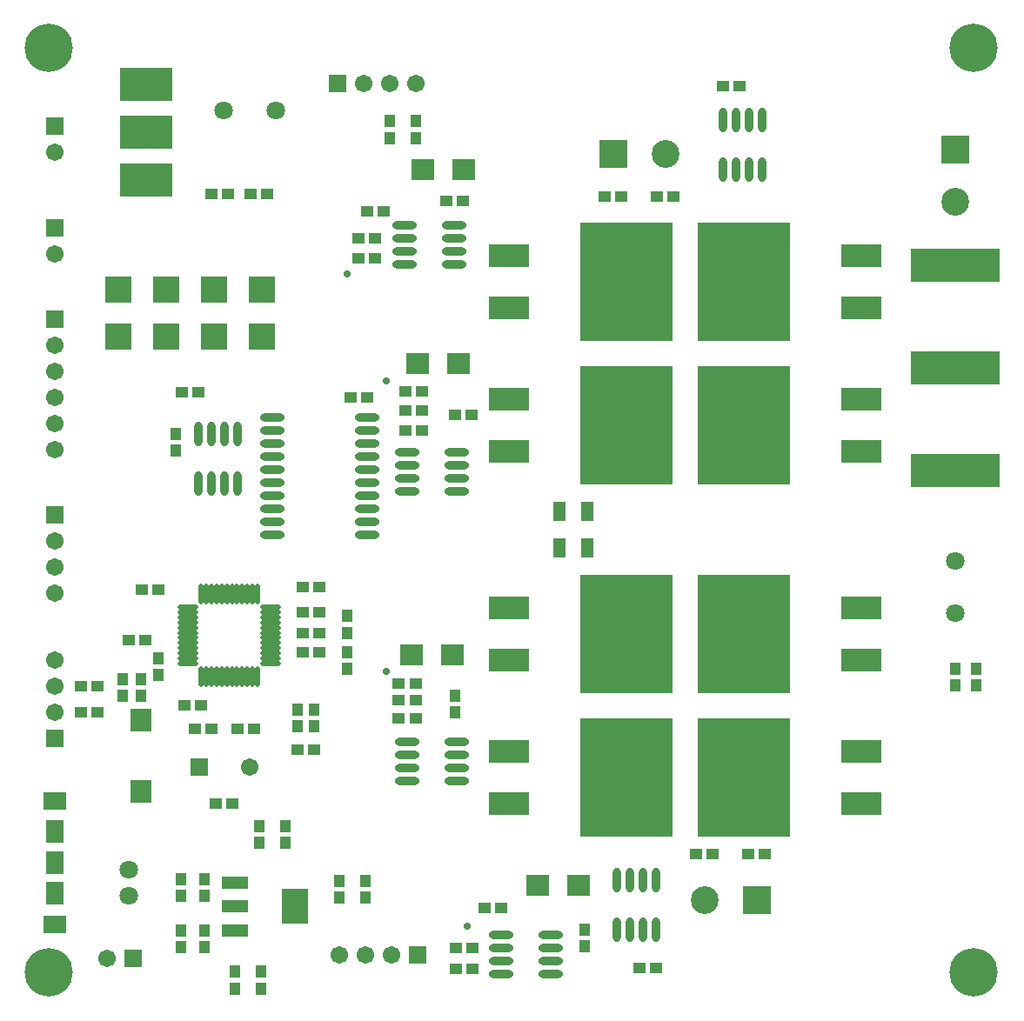
<source format=gts>
G04*
G04 #@! TF.GenerationSoftware,Altium Limited,Altium Designer,18.1.9 (240)*
G04*
G04 Layer_Color=8388736*
%FSLAX25Y25*%
%MOIN*%
G70*
G01*
G75*
%ADD35R,0.04500X0.04000*%
%ADD36C,0.02800*%
%ADD37O,0.09453X0.03162*%
%ADD38R,0.04000X0.04500*%
%ADD39R,0.08674X0.07887*%
%ADD40O,0.09461X0.03162*%
%ADD41O,0.03162X0.09461*%
%ADD42R,0.15800X0.09000*%
%ADD43R,0.35800X0.45800*%
%ADD44R,0.07887X0.08674*%
%ADD45R,0.10249X0.13792*%
%ADD46R,0.10249X0.04737*%
%ADD47R,0.05131X0.07493*%
%ADD48R,0.09855X0.09855*%
%ADD49O,0.07887X0.01981*%
%ADD50O,0.01981X0.07887*%
%ADD51C,0.06706*%
%ADD52R,0.06706X0.06706*%
%ADD53R,0.10642X0.10642*%
%ADD54C,0.10642*%
%ADD55R,0.07099X0.08674*%
%ADD56R,0.08674X0.06800*%
%ADD57R,0.06706X0.06706*%
%ADD58C,0.07099*%
%ADD59R,0.06706X0.06706*%
%ADD60C,0.06706*%
%ADD61R,0.34265X0.12611*%
%ADD62R,0.34265X0.12611*%
%ADD63R,0.10642X0.10642*%
%ADD64C,0.18517*%
%ADD65R,0.20485X0.12611*%
D35*
X50300Y147000D02*
D03*
X56700D02*
D03*
X175600Y29000D02*
D03*
X182000D02*
D03*
X71600Y122000D02*
D03*
X78000D02*
D03*
X97000Y318000D02*
D03*
X103400D02*
D03*
X117000Y149929D02*
D03*
X123400D02*
D03*
X117000Y157803D02*
D03*
X123400D02*
D03*
X135500Y240000D02*
D03*
X141900D02*
D03*
X156351Y235000D02*
D03*
X162751D02*
D03*
X156351Y227500D02*
D03*
X162751D02*
D03*
X156351Y242500D02*
D03*
X162751D02*
D03*
X175249Y233500D02*
D03*
X181649D02*
D03*
X141800Y311500D02*
D03*
X148200D02*
D03*
X138300Y301000D02*
D03*
X144700D02*
D03*
X138300Y293500D02*
D03*
X144700D02*
D03*
X172049Y315500D02*
D03*
X178449D02*
D03*
X287800Y65000D02*
D03*
X294200D02*
D03*
X274200D02*
D03*
X267800D02*
D03*
X246100Y21500D02*
D03*
X252500D02*
D03*
X175600Y21000D02*
D03*
X182000D02*
D03*
X55436Y166500D02*
D03*
X61836D02*
D03*
X38400Y129500D02*
D03*
X32000D02*
D03*
X38400Y119500D02*
D03*
X32000D02*
D03*
X115000Y105000D02*
D03*
X121400D02*
D03*
X92000Y113000D02*
D03*
X98400D02*
D03*
X82000D02*
D03*
X75600D02*
D03*
X90200Y84500D02*
D03*
X83800D02*
D03*
X153851Y117000D02*
D03*
X160251D02*
D03*
X153851Y124000D02*
D03*
X160251D02*
D03*
X153851Y130500D02*
D03*
X160251D02*
D03*
X117000Y142429D02*
D03*
X123400D02*
D03*
X259200Y317000D02*
D03*
X252800D02*
D03*
X193051Y44500D02*
D03*
X186651D02*
D03*
X82000Y318000D02*
D03*
X88400D02*
D03*
X70800Y242000D02*
D03*
X77200D02*
D03*
X232800Y317000D02*
D03*
X239200D02*
D03*
X278000Y359500D02*
D03*
X284400D02*
D03*
X117000Y167500D02*
D03*
X123400D02*
D03*
D36*
X149000Y246500D02*
D03*
X134000Y287500D02*
D03*
X180000Y37500D02*
D03*
X149000Y135000D02*
D03*
D37*
X141610Y232500D02*
D03*
Y227500D02*
D03*
Y222500D02*
D03*
Y217500D02*
D03*
Y212500D02*
D03*
Y207500D02*
D03*
Y202500D02*
D03*
Y197500D02*
D03*
X105390D02*
D03*
Y202500D02*
D03*
Y207500D02*
D03*
Y212500D02*
D03*
Y217500D02*
D03*
Y222500D02*
D03*
Y227500D02*
D03*
Y232500D02*
D03*
Y192500D02*
D03*
Y187500D02*
D03*
X141610D02*
D03*
Y192500D02*
D03*
D38*
X131000Y48349D02*
D03*
Y54749D02*
D03*
X160500Y346000D02*
D03*
Y339600D02*
D03*
X150500Y346000D02*
D03*
Y339600D02*
D03*
X375000Y129800D02*
D03*
Y136200D02*
D03*
X367000Y129800D02*
D03*
Y136200D02*
D03*
X225000Y36200D02*
D03*
Y29800D02*
D03*
X70500Y29494D02*
D03*
Y35894D02*
D03*
X79500Y29494D02*
D03*
Y35894D02*
D03*
X61836Y140087D02*
D03*
Y133687D02*
D03*
X55000Y132187D02*
D03*
Y125787D02*
D03*
X48000Y132187D02*
D03*
Y125787D02*
D03*
X121400Y120400D02*
D03*
Y114000D02*
D03*
X115000Y120400D02*
D03*
Y114000D02*
D03*
X110392Y75900D02*
D03*
Y69500D02*
D03*
X100392Y75900D02*
D03*
Y69500D02*
D03*
X91000Y13600D02*
D03*
Y20000D02*
D03*
X101000Y13600D02*
D03*
Y20000D02*
D03*
X175500Y125700D02*
D03*
Y119300D02*
D03*
X134000Y142429D02*
D03*
Y136029D02*
D03*
Y149929D02*
D03*
Y156329D02*
D03*
X68500Y226200D02*
D03*
Y219800D02*
D03*
X79500Y49000D02*
D03*
Y55400D02*
D03*
X70500Y49000D02*
D03*
Y55400D02*
D03*
X141000Y54749D02*
D03*
Y48349D02*
D03*
D39*
X161126Y253000D02*
D03*
X176874D02*
D03*
X163126Y327500D02*
D03*
X178874D02*
D03*
X222748Y53000D02*
D03*
X207000D02*
D03*
X174374Y141555D02*
D03*
X158626D02*
D03*
D40*
X174949Y291000D02*
D03*
Y296000D02*
D03*
Y301000D02*
D03*
Y306000D02*
D03*
X156051Y291000D02*
D03*
Y296000D02*
D03*
Y301000D02*
D03*
Y306000D02*
D03*
X211949Y19000D02*
D03*
Y24000D02*
D03*
Y29000D02*
D03*
Y34000D02*
D03*
X193051Y19000D02*
D03*
Y24000D02*
D03*
Y29000D02*
D03*
Y34000D02*
D03*
X175949Y93000D02*
D03*
Y98000D02*
D03*
Y103000D02*
D03*
Y108000D02*
D03*
X157051Y93000D02*
D03*
Y98000D02*
D03*
Y103000D02*
D03*
Y108000D02*
D03*
X175949Y204000D02*
D03*
Y209000D02*
D03*
Y214000D02*
D03*
Y219000D02*
D03*
X157051Y204000D02*
D03*
Y209000D02*
D03*
Y214000D02*
D03*
Y219000D02*
D03*
D41*
X293000Y346398D02*
D03*
X288000D02*
D03*
X283000D02*
D03*
X278000D02*
D03*
X293000Y327500D02*
D03*
X288000D02*
D03*
X283000D02*
D03*
X278000D02*
D03*
X92000Y225949D02*
D03*
X87000D02*
D03*
X82000D02*
D03*
X77000D02*
D03*
X92000Y207051D02*
D03*
X87000D02*
D03*
X82000D02*
D03*
X77000D02*
D03*
X237500Y36102D02*
D03*
X242500D02*
D03*
X247500D02*
D03*
X252500D02*
D03*
X237500Y55000D02*
D03*
X242500D02*
D03*
X247500D02*
D03*
X252500D02*
D03*
D42*
X196000Y274500D02*
D03*
Y294500D02*
D03*
X331000D02*
D03*
Y274500D02*
D03*
X196000Y219500D02*
D03*
Y239500D02*
D03*
X331000D02*
D03*
Y219500D02*
D03*
X196000Y84500D02*
D03*
Y104500D02*
D03*
X331000D02*
D03*
Y84500D02*
D03*
X196000Y139500D02*
D03*
Y159500D02*
D03*
X331000Y139500D02*
D03*
Y159500D02*
D03*
D43*
X241000Y284500D02*
D03*
X286000D02*
D03*
X241000Y229500D02*
D03*
X286000D02*
D03*
X241000Y94500D02*
D03*
X286000D02*
D03*
X241000Y149500D02*
D03*
X286000D02*
D03*
D44*
X55000Y116500D02*
D03*
Y88941D02*
D03*
D45*
X113917Y44949D02*
D03*
D46*
X91083Y35894D02*
D03*
Y44949D02*
D03*
Y54004D02*
D03*
D47*
X215370Y182500D02*
D03*
X226000D02*
D03*
X215370Y196500D02*
D03*
X226000D02*
D03*
D48*
X46500Y263592D02*
D03*
Y281309D02*
D03*
X101500Y263592D02*
D03*
Y281309D02*
D03*
X64833Y263592D02*
D03*
Y281309D02*
D03*
X83167Y263592D02*
D03*
Y281309D02*
D03*
D49*
X73008Y138118D02*
D03*
Y140087D02*
D03*
Y142055D02*
D03*
Y144024D02*
D03*
Y145992D02*
D03*
Y147961D02*
D03*
Y149929D02*
D03*
Y151898D02*
D03*
Y153866D02*
D03*
Y155835D02*
D03*
Y157803D02*
D03*
Y159772D02*
D03*
X104898D02*
D03*
Y157803D02*
D03*
Y155835D02*
D03*
Y153866D02*
D03*
Y151898D02*
D03*
Y149929D02*
D03*
Y147961D02*
D03*
Y145992D02*
D03*
Y144024D02*
D03*
Y142055D02*
D03*
Y140087D02*
D03*
Y138118D02*
D03*
D50*
X78126Y164890D02*
D03*
X80094D02*
D03*
X82063D02*
D03*
X84031D02*
D03*
X86000D02*
D03*
X87968D02*
D03*
X89937D02*
D03*
X91905D02*
D03*
X93874D02*
D03*
X95842D02*
D03*
X97811D02*
D03*
X99779D02*
D03*
Y133000D02*
D03*
X97811D02*
D03*
X95842D02*
D03*
X93874D02*
D03*
X91905D02*
D03*
X89937D02*
D03*
X87968D02*
D03*
X86000D02*
D03*
X84031D02*
D03*
X82063D02*
D03*
X80094D02*
D03*
X78126D02*
D03*
D51*
X131000Y26500D02*
D03*
X141000D02*
D03*
X151000D02*
D03*
X140500Y360500D02*
D03*
X150500D02*
D03*
X160500D02*
D03*
X22000Y295000D02*
D03*
X42000Y25000D02*
D03*
X22000Y334000D02*
D03*
Y139500D02*
D03*
Y129500D02*
D03*
Y119500D02*
D03*
Y165000D02*
D03*
Y175000D02*
D03*
Y185000D02*
D03*
Y260000D02*
D03*
Y250000D02*
D03*
Y240000D02*
D03*
Y230000D02*
D03*
Y220000D02*
D03*
D52*
X161000Y26500D02*
D03*
X130500Y360500D02*
D03*
X52000Y25000D02*
D03*
D53*
X236000Y333500D02*
D03*
X291000Y47500D02*
D03*
D54*
X256000Y333500D02*
D03*
X271000Y47500D02*
D03*
X367000Y315000D02*
D03*
D55*
X22000Y73622D02*
D03*
Y61811D02*
D03*
Y50000D02*
D03*
D56*
Y38189D02*
D03*
Y85433D02*
D03*
D57*
Y305000D02*
D03*
Y344000D02*
D03*
Y109500D02*
D03*
Y195000D02*
D03*
Y270000D02*
D03*
D58*
X367000Y157500D02*
D03*
Y177500D02*
D03*
X50500Y59000D02*
D03*
Y49000D02*
D03*
X86600Y350000D02*
D03*
X106600D02*
D03*
D59*
X77400Y98500D02*
D03*
D60*
X96600Y98500D02*
D03*
D61*
X367000Y212130D02*
D03*
D62*
Y251500D02*
D03*
Y290870D02*
D03*
D63*
X367000Y335000D02*
D03*
D64*
X19685Y374016D02*
D03*
X374016D02*
D03*
Y19685D02*
D03*
X19685Y19685D02*
D03*
D65*
X57000Y323500D02*
D03*
Y341700D02*
D03*
Y360000D02*
D03*
M02*

</source>
